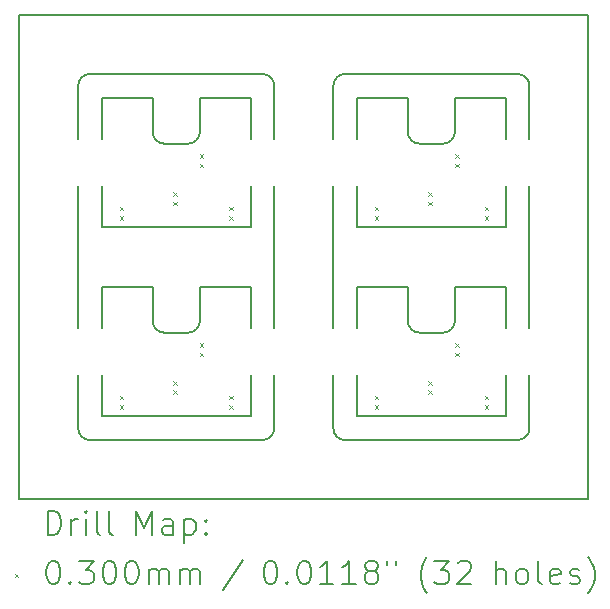
<source format=gbr>
%TF.GenerationSoftware,KiCad,Pcbnew,(7.0.0-0)*%
%TF.CreationDate,2025-09-03T19:43:01+12:00*%
%TF.ProjectId,polar_light_panelized_X4,706f6c61-725f-46c6-9967-68745f70616e,rev?*%
%TF.SameCoordinates,Original*%
%TF.FileFunction,Drillmap*%
%TF.FilePolarity,Positive*%
%FSLAX45Y45*%
G04 Gerber Fmt 4.5, Leading zero omitted, Abs format (unit mm)*
G04 Created by KiCad (PCBNEW (7.0.0-0)) date 2025-09-03 19:43:01*
%MOMM*%
%LPD*%
G01*
G04 APERTURE LIST*
%ADD10C,0.150000*%
%ADD11C,0.200000*%
%ADD12C,0.030000*%
G04 APERTURE END LIST*
D10*
X13260004Y-8045000D02*
X13260003Y-8395000D01*
X15420003Y-9145004D02*
X15420003Y-8795007D01*
X13690010Y-9935000D02*
G75*
G03*
X13790004Y-10035000I99990J-10D01*
G01*
X16680000Y-9645000D02*
X16250000Y-9645000D01*
X13690004Y-8045000D02*
X13690004Y-8335000D01*
X15220000Y-9995000D02*
X15220003Y-8795007D01*
X15420003Y-8045004D02*
X15420003Y-8395004D01*
X13060003Y-10395004D02*
X13060004Y-10845000D01*
X15420000Y-9645000D02*
X15850000Y-9645000D01*
X16880000Y-10395000D02*
X16880000Y-10845000D01*
X16680004Y-8395000D02*
X16680003Y-8045004D01*
X15220000Y-10845000D02*
G75*
G03*
X15320000Y-10945000I100000J0D01*
G01*
X16680003Y-8045004D02*
X16250003Y-8045004D01*
X16680000Y-10745000D02*
X16680000Y-10395000D01*
X13260004Y-9645000D02*
X13690004Y-9645000D01*
X15420003Y-9145004D02*
X16680003Y-9145004D01*
X13060004Y-8395000D02*
X13060004Y-7945000D01*
X15950003Y-8435004D02*
X16150003Y-8435004D01*
X14720010Y-7945000D02*
G75*
G03*
X14620004Y-7845000I-100010J-10D01*
G01*
X15850000Y-9935000D02*
G75*
G03*
X15950000Y-10035000I100000J0D01*
G01*
X14520004Y-8045000D02*
X14090004Y-8045000D01*
X15850003Y-8045004D02*
X15850003Y-8335004D01*
X13060010Y-10845000D02*
G75*
G03*
X13160004Y-10945000I99990J-10D01*
G01*
X13260004Y-8045000D02*
X13690004Y-8045000D01*
X15850000Y-9645000D02*
X15850000Y-9935000D01*
X15849996Y-8335004D02*
G75*
G03*
X15950003Y-8435004I99994J-6D01*
G01*
X16680000Y-9994996D02*
X16680000Y-9645000D01*
X13260004Y-9145000D02*
X13260003Y-8795004D01*
X13690010Y-8335000D02*
G75*
G03*
X13790004Y-8435000I99990J-10D01*
G01*
X14620004Y-10944994D02*
G75*
G03*
X14720004Y-10845000I6J99994D01*
G01*
X16250000Y-9935000D02*
X16250000Y-9645000D01*
X14090004Y-8335000D02*
X14090004Y-8045000D01*
X13160004Y-7844994D02*
G75*
G03*
X13060004Y-7945000I6J-100006D01*
G01*
X15420000Y-10745000D02*
X15420000Y-10395004D01*
X16150000Y-10035000D02*
G75*
G03*
X16250000Y-9935000I0J100000D01*
G01*
X14520004Y-9994997D02*
X14520004Y-9645000D01*
X13260004Y-10745000D02*
X14520004Y-10745000D01*
X16880004Y-8795004D02*
X16880000Y-9994996D01*
X16780000Y-10945000D02*
X15320000Y-10945000D01*
X13790004Y-10035000D02*
X13990004Y-10035000D01*
X13990004Y-8434994D02*
G75*
G03*
X14090004Y-8335000I6J99994D01*
G01*
X14520004Y-9145000D02*
X14520004Y-8795000D01*
X15420003Y-8045004D02*
X15850003Y-8045004D01*
X15320003Y-7845004D02*
X16780004Y-7845004D01*
X14090004Y-9935000D02*
X14090004Y-9645000D01*
X16880006Y-7945004D02*
G75*
G03*
X16780004Y-7845004I-100006J-6D01*
G01*
X16150003Y-8435004D02*
G75*
G03*
X16250003Y-8335004I-4J100004D01*
G01*
X13790004Y-8435000D02*
X13990004Y-8435000D01*
X14520004Y-10745000D02*
X14520004Y-10395000D01*
X15420000Y-10745000D02*
X16680000Y-10745000D01*
X15220000Y-10395004D02*
X15220000Y-10845000D01*
X15320003Y-7845003D02*
G75*
G03*
X15220003Y-7945004I-4J-99997D01*
G01*
X16250003Y-8335004D02*
X16250003Y-8045004D01*
X13690004Y-9645000D02*
X13690004Y-9935000D01*
X14520004Y-9645000D02*
X14090004Y-9645000D01*
X13160004Y-7845000D02*
X14620004Y-7845000D01*
X12560000Y-7345000D02*
X17380000Y-7345000D01*
X17380000Y-7345000D02*
X17380000Y-11445000D01*
X17380000Y-11445000D02*
X12560000Y-11445000D01*
X12560000Y-11445000D02*
X12560000Y-7345000D01*
X13060003Y-8795004D02*
X13060004Y-9995000D01*
X15950000Y-10035000D02*
X16150000Y-10035000D01*
X14720004Y-10395000D02*
X14720004Y-10845000D01*
X13260004Y-10745000D02*
X13260003Y-10395004D01*
X13260004Y-9645000D02*
X13260003Y-9995000D01*
X14720004Y-8795000D02*
X14720004Y-9994997D01*
X16880004Y-8395000D02*
X16880004Y-7945004D01*
X13260004Y-9145000D02*
X14520004Y-9145000D01*
X14720004Y-8394997D02*
X14720004Y-7945000D01*
X15420000Y-9645000D02*
X15420000Y-9995000D01*
X13990004Y-10034994D02*
G75*
G03*
X14090004Y-9935000I6J99994D01*
G01*
X14520004Y-8394997D02*
X14520004Y-8045000D01*
X16680003Y-9145004D02*
X16680004Y-8795004D01*
X14620004Y-10945000D02*
X13160004Y-10945000D01*
X16780000Y-10945000D02*
G75*
G03*
X16880000Y-10845000I0J100000D01*
G01*
X15220003Y-8395004D02*
X15220003Y-7945004D01*
D11*
D12*
X13410000Y-8970000D02*
X13440000Y-9000000D01*
X13440000Y-8970000D02*
X13410000Y-9000000D01*
X13410000Y-9050000D02*
X13440000Y-9080000D01*
X13440000Y-9050000D02*
X13410000Y-9080000D01*
X13410000Y-10570000D02*
X13440000Y-10600000D01*
X13440000Y-10570000D02*
X13410000Y-10600000D01*
X13410000Y-10650000D02*
X13440000Y-10680000D01*
X13440000Y-10650000D02*
X13410000Y-10680000D01*
X13865000Y-8845000D02*
X13895000Y-8875000D01*
X13895000Y-8845000D02*
X13865000Y-8875000D01*
X13865000Y-8925000D02*
X13895000Y-8955000D01*
X13895000Y-8925000D02*
X13865000Y-8955000D01*
X13865000Y-10445000D02*
X13895000Y-10475000D01*
X13895000Y-10445000D02*
X13865000Y-10475000D01*
X13865000Y-10525000D02*
X13895000Y-10555000D01*
X13895000Y-10525000D02*
X13865000Y-10555000D01*
X14090000Y-8525000D02*
X14120000Y-8555000D01*
X14120000Y-8525000D02*
X14090000Y-8555000D01*
X14090000Y-8605000D02*
X14120000Y-8635000D01*
X14120000Y-8605000D02*
X14090000Y-8635000D01*
X14090000Y-10125000D02*
X14120000Y-10155000D01*
X14120000Y-10125000D02*
X14090000Y-10155000D01*
X14090000Y-10205000D02*
X14120000Y-10235000D01*
X14120000Y-10205000D02*
X14090000Y-10235000D01*
X14340000Y-8970000D02*
X14370000Y-9000000D01*
X14370000Y-8970000D02*
X14340000Y-9000000D01*
X14340000Y-9050000D02*
X14370000Y-9080000D01*
X14370000Y-9050000D02*
X14340000Y-9080000D01*
X14340000Y-10570000D02*
X14370000Y-10600000D01*
X14370000Y-10570000D02*
X14340000Y-10600000D01*
X14340000Y-10650000D02*
X14370000Y-10680000D01*
X14370000Y-10650000D02*
X14340000Y-10680000D01*
X15570000Y-8970000D02*
X15600000Y-9000000D01*
X15600000Y-8970000D02*
X15570000Y-9000000D01*
X15570000Y-9050000D02*
X15600000Y-9080000D01*
X15600000Y-9050000D02*
X15570000Y-9080000D01*
X15570000Y-10570000D02*
X15600000Y-10600000D01*
X15600000Y-10570000D02*
X15570000Y-10600000D01*
X15570000Y-10650000D02*
X15600000Y-10680000D01*
X15600000Y-10650000D02*
X15570000Y-10680000D01*
X16025000Y-8845000D02*
X16055000Y-8875000D01*
X16055000Y-8845000D02*
X16025000Y-8875000D01*
X16025000Y-8925000D02*
X16055000Y-8955000D01*
X16055000Y-8925000D02*
X16025000Y-8955000D01*
X16025000Y-10445000D02*
X16055000Y-10475000D01*
X16055000Y-10445000D02*
X16025000Y-10475000D01*
X16025000Y-10525000D02*
X16055000Y-10555000D01*
X16055000Y-10525000D02*
X16025000Y-10555000D01*
X16250000Y-8525000D02*
X16280000Y-8555000D01*
X16280000Y-8525000D02*
X16250000Y-8555000D01*
X16250000Y-8605000D02*
X16280000Y-8635000D01*
X16280000Y-8605000D02*
X16250000Y-8635000D01*
X16250000Y-10125000D02*
X16280000Y-10155000D01*
X16280000Y-10125000D02*
X16250000Y-10155000D01*
X16250000Y-10205000D02*
X16280000Y-10235000D01*
X16280000Y-10205000D02*
X16250000Y-10235000D01*
X16500000Y-8970000D02*
X16530000Y-9000000D01*
X16530000Y-8970000D02*
X16500000Y-9000000D01*
X16500000Y-9050000D02*
X16530000Y-9080000D01*
X16530000Y-9050000D02*
X16500000Y-9080000D01*
X16500000Y-10570000D02*
X16530000Y-10600000D01*
X16530000Y-10570000D02*
X16500000Y-10600000D01*
X16500000Y-10650000D02*
X16530000Y-10680000D01*
X16530000Y-10650000D02*
X16500000Y-10680000D01*
D11*
X12800119Y-11745976D02*
X12800119Y-11545976D01*
X12800119Y-11545976D02*
X12847738Y-11545976D01*
X12847738Y-11545976D02*
X12876309Y-11555500D01*
X12876309Y-11555500D02*
X12895357Y-11574548D01*
X12895357Y-11574548D02*
X12904881Y-11593595D01*
X12904881Y-11593595D02*
X12914405Y-11631690D01*
X12914405Y-11631690D02*
X12914405Y-11660262D01*
X12914405Y-11660262D02*
X12904881Y-11698357D01*
X12904881Y-11698357D02*
X12895357Y-11717405D01*
X12895357Y-11717405D02*
X12876309Y-11736452D01*
X12876309Y-11736452D02*
X12847738Y-11745976D01*
X12847738Y-11745976D02*
X12800119Y-11745976D01*
X13000119Y-11745976D02*
X13000119Y-11612643D01*
X13000119Y-11650738D02*
X13009643Y-11631690D01*
X13009643Y-11631690D02*
X13019167Y-11622167D01*
X13019167Y-11622167D02*
X13038214Y-11612643D01*
X13038214Y-11612643D02*
X13057262Y-11612643D01*
X13123928Y-11745976D02*
X13123928Y-11612643D01*
X13123928Y-11545976D02*
X13114405Y-11555500D01*
X13114405Y-11555500D02*
X13123928Y-11565024D01*
X13123928Y-11565024D02*
X13133452Y-11555500D01*
X13133452Y-11555500D02*
X13123928Y-11545976D01*
X13123928Y-11545976D02*
X13123928Y-11565024D01*
X13247738Y-11745976D02*
X13228690Y-11736452D01*
X13228690Y-11736452D02*
X13219167Y-11717405D01*
X13219167Y-11717405D02*
X13219167Y-11545976D01*
X13352500Y-11745976D02*
X13333452Y-11736452D01*
X13333452Y-11736452D02*
X13323928Y-11717405D01*
X13323928Y-11717405D02*
X13323928Y-11545976D01*
X13548690Y-11745976D02*
X13548690Y-11545976D01*
X13548690Y-11545976D02*
X13615357Y-11688833D01*
X13615357Y-11688833D02*
X13682024Y-11545976D01*
X13682024Y-11545976D02*
X13682024Y-11745976D01*
X13862976Y-11745976D02*
X13862976Y-11641214D01*
X13862976Y-11641214D02*
X13853452Y-11622167D01*
X13853452Y-11622167D02*
X13834405Y-11612643D01*
X13834405Y-11612643D02*
X13796309Y-11612643D01*
X13796309Y-11612643D02*
X13777262Y-11622167D01*
X13862976Y-11736452D02*
X13843928Y-11745976D01*
X13843928Y-11745976D02*
X13796309Y-11745976D01*
X13796309Y-11745976D02*
X13777262Y-11736452D01*
X13777262Y-11736452D02*
X13767738Y-11717405D01*
X13767738Y-11717405D02*
X13767738Y-11698357D01*
X13767738Y-11698357D02*
X13777262Y-11679309D01*
X13777262Y-11679309D02*
X13796309Y-11669786D01*
X13796309Y-11669786D02*
X13843928Y-11669786D01*
X13843928Y-11669786D02*
X13862976Y-11660262D01*
X13958214Y-11612643D02*
X13958214Y-11812643D01*
X13958214Y-11622167D02*
X13977262Y-11612643D01*
X13977262Y-11612643D02*
X14015357Y-11612643D01*
X14015357Y-11612643D02*
X14034405Y-11622167D01*
X14034405Y-11622167D02*
X14043928Y-11631690D01*
X14043928Y-11631690D02*
X14053452Y-11650738D01*
X14053452Y-11650738D02*
X14053452Y-11707881D01*
X14053452Y-11707881D02*
X14043928Y-11726928D01*
X14043928Y-11726928D02*
X14034405Y-11736452D01*
X14034405Y-11736452D02*
X14015357Y-11745976D01*
X14015357Y-11745976D02*
X13977262Y-11745976D01*
X13977262Y-11745976D02*
X13958214Y-11736452D01*
X14139167Y-11726928D02*
X14148690Y-11736452D01*
X14148690Y-11736452D02*
X14139167Y-11745976D01*
X14139167Y-11745976D02*
X14129643Y-11736452D01*
X14129643Y-11736452D02*
X14139167Y-11726928D01*
X14139167Y-11726928D02*
X14139167Y-11745976D01*
X14139167Y-11622167D02*
X14148690Y-11631690D01*
X14148690Y-11631690D02*
X14139167Y-11641214D01*
X14139167Y-11641214D02*
X14129643Y-11631690D01*
X14129643Y-11631690D02*
X14139167Y-11622167D01*
X14139167Y-11622167D02*
X14139167Y-11641214D01*
D12*
X12522500Y-12077500D02*
X12552500Y-12107500D01*
X12552500Y-12077500D02*
X12522500Y-12107500D01*
D11*
X12838214Y-11965976D02*
X12857262Y-11965976D01*
X12857262Y-11965976D02*
X12876309Y-11975500D01*
X12876309Y-11975500D02*
X12885833Y-11985024D01*
X12885833Y-11985024D02*
X12895357Y-12004071D01*
X12895357Y-12004071D02*
X12904881Y-12042167D01*
X12904881Y-12042167D02*
X12904881Y-12089786D01*
X12904881Y-12089786D02*
X12895357Y-12127881D01*
X12895357Y-12127881D02*
X12885833Y-12146928D01*
X12885833Y-12146928D02*
X12876309Y-12156452D01*
X12876309Y-12156452D02*
X12857262Y-12165976D01*
X12857262Y-12165976D02*
X12838214Y-12165976D01*
X12838214Y-12165976D02*
X12819167Y-12156452D01*
X12819167Y-12156452D02*
X12809643Y-12146928D01*
X12809643Y-12146928D02*
X12800119Y-12127881D01*
X12800119Y-12127881D02*
X12790595Y-12089786D01*
X12790595Y-12089786D02*
X12790595Y-12042167D01*
X12790595Y-12042167D02*
X12800119Y-12004071D01*
X12800119Y-12004071D02*
X12809643Y-11985024D01*
X12809643Y-11985024D02*
X12819167Y-11975500D01*
X12819167Y-11975500D02*
X12838214Y-11965976D01*
X12990595Y-12146928D02*
X13000119Y-12156452D01*
X13000119Y-12156452D02*
X12990595Y-12165976D01*
X12990595Y-12165976D02*
X12981071Y-12156452D01*
X12981071Y-12156452D02*
X12990595Y-12146928D01*
X12990595Y-12146928D02*
X12990595Y-12165976D01*
X13066786Y-11965976D02*
X13190595Y-11965976D01*
X13190595Y-11965976D02*
X13123928Y-12042167D01*
X13123928Y-12042167D02*
X13152500Y-12042167D01*
X13152500Y-12042167D02*
X13171548Y-12051690D01*
X13171548Y-12051690D02*
X13181071Y-12061214D01*
X13181071Y-12061214D02*
X13190595Y-12080262D01*
X13190595Y-12080262D02*
X13190595Y-12127881D01*
X13190595Y-12127881D02*
X13181071Y-12146928D01*
X13181071Y-12146928D02*
X13171548Y-12156452D01*
X13171548Y-12156452D02*
X13152500Y-12165976D01*
X13152500Y-12165976D02*
X13095357Y-12165976D01*
X13095357Y-12165976D02*
X13076309Y-12156452D01*
X13076309Y-12156452D02*
X13066786Y-12146928D01*
X13314405Y-11965976D02*
X13333452Y-11965976D01*
X13333452Y-11965976D02*
X13352500Y-11975500D01*
X13352500Y-11975500D02*
X13362024Y-11985024D01*
X13362024Y-11985024D02*
X13371548Y-12004071D01*
X13371548Y-12004071D02*
X13381071Y-12042167D01*
X13381071Y-12042167D02*
X13381071Y-12089786D01*
X13381071Y-12089786D02*
X13371548Y-12127881D01*
X13371548Y-12127881D02*
X13362024Y-12146928D01*
X13362024Y-12146928D02*
X13352500Y-12156452D01*
X13352500Y-12156452D02*
X13333452Y-12165976D01*
X13333452Y-12165976D02*
X13314405Y-12165976D01*
X13314405Y-12165976D02*
X13295357Y-12156452D01*
X13295357Y-12156452D02*
X13285833Y-12146928D01*
X13285833Y-12146928D02*
X13276309Y-12127881D01*
X13276309Y-12127881D02*
X13266786Y-12089786D01*
X13266786Y-12089786D02*
X13266786Y-12042167D01*
X13266786Y-12042167D02*
X13276309Y-12004071D01*
X13276309Y-12004071D02*
X13285833Y-11985024D01*
X13285833Y-11985024D02*
X13295357Y-11975500D01*
X13295357Y-11975500D02*
X13314405Y-11965976D01*
X13504881Y-11965976D02*
X13523929Y-11965976D01*
X13523929Y-11965976D02*
X13542976Y-11975500D01*
X13542976Y-11975500D02*
X13552500Y-11985024D01*
X13552500Y-11985024D02*
X13562024Y-12004071D01*
X13562024Y-12004071D02*
X13571548Y-12042167D01*
X13571548Y-12042167D02*
X13571548Y-12089786D01*
X13571548Y-12089786D02*
X13562024Y-12127881D01*
X13562024Y-12127881D02*
X13552500Y-12146928D01*
X13552500Y-12146928D02*
X13542976Y-12156452D01*
X13542976Y-12156452D02*
X13523929Y-12165976D01*
X13523929Y-12165976D02*
X13504881Y-12165976D01*
X13504881Y-12165976D02*
X13485833Y-12156452D01*
X13485833Y-12156452D02*
X13476309Y-12146928D01*
X13476309Y-12146928D02*
X13466786Y-12127881D01*
X13466786Y-12127881D02*
X13457262Y-12089786D01*
X13457262Y-12089786D02*
X13457262Y-12042167D01*
X13457262Y-12042167D02*
X13466786Y-12004071D01*
X13466786Y-12004071D02*
X13476309Y-11985024D01*
X13476309Y-11985024D02*
X13485833Y-11975500D01*
X13485833Y-11975500D02*
X13504881Y-11965976D01*
X13657262Y-12165976D02*
X13657262Y-12032643D01*
X13657262Y-12051690D02*
X13666786Y-12042167D01*
X13666786Y-12042167D02*
X13685833Y-12032643D01*
X13685833Y-12032643D02*
X13714405Y-12032643D01*
X13714405Y-12032643D02*
X13733452Y-12042167D01*
X13733452Y-12042167D02*
X13742976Y-12061214D01*
X13742976Y-12061214D02*
X13742976Y-12165976D01*
X13742976Y-12061214D02*
X13752500Y-12042167D01*
X13752500Y-12042167D02*
X13771548Y-12032643D01*
X13771548Y-12032643D02*
X13800119Y-12032643D01*
X13800119Y-12032643D02*
X13819167Y-12042167D01*
X13819167Y-12042167D02*
X13828690Y-12061214D01*
X13828690Y-12061214D02*
X13828690Y-12165976D01*
X13923929Y-12165976D02*
X13923929Y-12032643D01*
X13923929Y-12051690D02*
X13933452Y-12042167D01*
X13933452Y-12042167D02*
X13952500Y-12032643D01*
X13952500Y-12032643D02*
X13981071Y-12032643D01*
X13981071Y-12032643D02*
X14000119Y-12042167D01*
X14000119Y-12042167D02*
X14009643Y-12061214D01*
X14009643Y-12061214D02*
X14009643Y-12165976D01*
X14009643Y-12061214D02*
X14019167Y-12042167D01*
X14019167Y-12042167D02*
X14038214Y-12032643D01*
X14038214Y-12032643D02*
X14066786Y-12032643D01*
X14066786Y-12032643D02*
X14085833Y-12042167D01*
X14085833Y-12042167D02*
X14095357Y-12061214D01*
X14095357Y-12061214D02*
X14095357Y-12165976D01*
X14453452Y-11956452D02*
X14282024Y-12213595D01*
X14678214Y-11965976D02*
X14697262Y-11965976D01*
X14697262Y-11965976D02*
X14716310Y-11975500D01*
X14716310Y-11975500D02*
X14725833Y-11985024D01*
X14725833Y-11985024D02*
X14735357Y-12004071D01*
X14735357Y-12004071D02*
X14744881Y-12042167D01*
X14744881Y-12042167D02*
X14744881Y-12089786D01*
X14744881Y-12089786D02*
X14735357Y-12127881D01*
X14735357Y-12127881D02*
X14725833Y-12146928D01*
X14725833Y-12146928D02*
X14716310Y-12156452D01*
X14716310Y-12156452D02*
X14697262Y-12165976D01*
X14697262Y-12165976D02*
X14678214Y-12165976D01*
X14678214Y-12165976D02*
X14659167Y-12156452D01*
X14659167Y-12156452D02*
X14649643Y-12146928D01*
X14649643Y-12146928D02*
X14640119Y-12127881D01*
X14640119Y-12127881D02*
X14630595Y-12089786D01*
X14630595Y-12089786D02*
X14630595Y-12042167D01*
X14630595Y-12042167D02*
X14640119Y-12004071D01*
X14640119Y-12004071D02*
X14649643Y-11985024D01*
X14649643Y-11985024D02*
X14659167Y-11975500D01*
X14659167Y-11975500D02*
X14678214Y-11965976D01*
X14830595Y-12146928D02*
X14840119Y-12156452D01*
X14840119Y-12156452D02*
X14830595Y-12165976D01*
X14830595Y-12165976D02*
X14821071Y-12156452D01*
X14821071Y-12156452D02*
X14830595Y-12146928D01*
X14830595Y-12146928D02*
X14830595Y-12165976D01*
X14963929Y-11965976D02*
X14982976Y-11965976D01*
X14982976Y-11965976D02*
X15002024Y-11975500D01*
X15002024Y-11975500D02*
X15011548Y-11985024D01*
X15011548Y-11985024D02*
X15021071Y-12004071D01*
X15021071Y-12004071D02*
X15030595Y-12042167D01*
X15030595Y-12042167D02*
X15030595Y-12089786D01*
X15030595Y-12089786D02*
X15021071Y-12127881D01*
X15021071Y-12127881D02*
X15011548Y-12146928D01*
X15011548Y-12146928D02*
X15002024Y-12156452D01*
X15002024Y-12156452D02*
X14982976Y-12165976D01*
X14982976Y-12165976D02*
X14963929Y-12165976D01*
X14963929Y-12165976D02*
X14944881Y-12156452D01*
X14944881Y-12156452D02*
X14935357Y-12146928D01*
X14935357Y-12146928D02*
X14925833Y-12127881D01*
X14925833Y-12127881D02*
X14916310Y-12089786D01*
X14916310Y-12089786D02*
X14916310Y-12042167D01*
X14916310Y-12042167D02*
X14925833Y-12004071D01*
X14925833Y-12004071D02*
X14935357Y-11985024D01*
X14935357Y-11985024D02*
X14944881Y-11975500D01*
X14944881Y-11975500D02*
X14963929Y-11965976D01*
X15221071Y-12165976D02*
X15106786Y-12165976D01*
X15163929Y-12165976D02*
X15163929Y-11965976D01*
X15163929Y-11965976D02*
X15144881Y-11994548D01*
X15144881Y-11994548D02*
X15125833Y-12013595D01*
X15125833Y-12013595D02*
X15106786Y-12023119D01*
X15411548Y-12165976D02*
X15297262Y-12165976D01*
X15354405Y-12165976D02*
X15354405Y-11965976D01*
X15354405Y-11965976D02*
X15335357Y-11994548D01*
X15335357Y-11994548D02*
X15316310Y-12013595D01*
X15316310Y-12013595D02*
X15297262Y-12023119D01*
X15525833Y-12051690D02*
X15506786Y-12042167D01*
X15506786Y-12042167D02*
X15497262Y-12032643D01*
X15497262Y-12032643D02*
X15487738Y-12013595D01*
X15487738Y-12013595D02*
X15487738Y-12004071D01*
X15487738Y-12004071D02*
X15497262Y-11985024D01*
X15497262Y-11985024D02*
X15506786Y-11975500D01*
X15506786Y-11975500D02*
X15525833Y-11965976D01*
X15525833Y-11965976D02*
X15563929Y-11965976D01*
X15563929Y-11965976D02*
X15582976Y-11975500D01*
X15582976Y-11975500D02*
X15592500Y-11985024D01*
X15592500Y-11985024D02*
X15602024Y-12004071D01*
X15602024Y-12004071D02*
X15602024Y-12013595D01*
X15602024Y-12013595D02*
X15592500Y-12032643D01*
X15592500Y-12032643D02*
X15582976Y-12042167D01*
X15582976Y-12042167D02*
X15563929Y-12051690D01*
X15563929Y-12051690D02*
X15525833Y-12051690D01*
X15525833Y-12051690D02*
X15506786Y-12061214D01*
X15506786Y-12061214D02*
X15497262Y-12070738D01*
X15497262Y-12070738D02*
X15487738Y-12089786D01*
X15487738Y-12089786D02*
X15487738Y-12127881D01*
X15487738Y-12127881D02*
X15497262Y-12146928D01*
X15497262Y-12146928D02*
X15506786Y-12156452D01*
X15506786Y-12156452D02*
X15525833Y-12165976D01*
X15525833Y-12165976D02*
X15563929Y-12165976D01*
X15563929Y-12165976D02*
X15582976Y-12156452D01*
X15582976Y-12156452D02*
X15592500Y-12146928D01*
X15592500Y-12146928D02*
X15602024Y-12127881D01*
X15602024Y-12127881D02*
X15602024Y-12089786D01*
X15602024Y-12089786D02*
X15592500Y-12070738D01*
X15592500Y-12070738D02*
X15582976Y-12061214D01*
X15582976Y-12061214D02*
X15563929Y-12051690D01*
X15678214Y-11965976D02*
X15678214Y-12004071D01*
X15754405Y-11965976D02*
X15754405Y-12004071D01*
X16017262Y-12242167D02*
X16007738Y-12232643D01*
X16007738Y-12232643D02*
X15988691Y-12204071D01*
X15988691Y-12204071D02*
X15979167Y-12185024D01*
X15979167Y-12185024D02*
X15969643Y-12156452D01*
X15969643Y-12156452D02*
X15960119Y-12108833D01*
X15960119Y-12108833D02*
X15960119Y-12070738D01*
X15960119Y-12070738D02*
X15969643Y-12023119D01*
X15969643Y-12023119D02*
X15979167Y-11994548D01*
X15979167Y-11994548D02*
X15988691Y-11975500D01*
X15988691Y-11975500D02*
X16007738Y-11946928D01*
X16007738Y-11946928D02*
X16017262Y-11937405D01*
X16074405Y-11965976D02*
X16198214Y-11965976D01*
X16198214Y-11965976D02*
X16131548Y-12042167D01*
X16131548Y-12042167D02*
X16160119Y-12042167D01*
X16160119Y-12042167D02*
X16179167Y-12051690D01*
X16179167Y-12051690D02*
X16188691Y-12061214D01*
X16188691Y-12061214D02*
X16198214Y-12080262D01*
X16198214Y-12080262D02*
X16198214Y-12127881D01*
X16198214Y-12127881D02*
X16188691Y-12146928D01*
X16188691Y-12146928D02*
X16179167Y-12156452D01*
X16179167Y-12156452D02*
X16160119Y-12165976D01*
X16160119Y-12165976D02*
X16102976Y-12165976D01*
X16102976Y-12165976D02*
X16083929Y-12156452D01*
X16083929Y-12156452D02*
X16074405Y-12146928D01*
X16274405Y-11985024D02*
X16283929Y-11975500D01*
X16283929Y-11975500D02*
X16302976Y-11965976D01*
X16302976Y-11965976D02*
X16350595Y-11965976D01*
X16350595Y-11965976D02*
X16369643Y-11975500D01*
X16369643Y-11975500D02*
X16379167Y-11985024D01*
X16379167Y-11985024D02*
X16388691Y-12004071D01*
X16388691Y-12004071D02*
X16388691Y-12023119D01*
X16388691Y-12023119D02*
X16379167Y-12051690D01*
X16379167Y-12051690D02*
X16264881Y-12165976D01*
X16264881Y-12165976D02*
X16388691Y-12165976D01*
X16594405Y-12165976D02*
X16594405Y-11965976D01*
X16680119Y-12165976D02*
X16680119Y-12061214D01*
X16680119Y-12061214D02*
X16670595Y-12042167D01*
X16670595Y-12042167D02*
X16651548Y-12032643D01*
X16651548Y-12032643D02*
X16622976Y-12032643D01*
X16622976Y-12032643D02*
X16603929Y-12042167D01*
X16603929Y-12042167D02*
X16594405Y-12051690D01*
X16803929Y-12165976D02*
X16784881Y-12156452D01*
X16784881Y-12156452D02*
X16775357Y-12146928D01*
X16775357Y-12146928D02*
X16765833Y-12127881D01*
X16765833Y-12127881D02*
X16765833Y-12070738D01*
X16765833Y-12070738D02*
X16775357Y-12051690D01*
X16775357Y-12051690D02*
X16784881Y-12042167D01*
X16784881Y-12042167D02*
X16803929Y-12032643D01*
X16803929Y-12032643D02*
X16832500Y-12032643D01*
X16832500Y-12032643D02*
X16851548Y-12042167D01*
X16851548Y-12042167D02*
X16861072Y-12051690D01*
X16861072Y-12051690D02*
X16870595Y-12070738D01*
X16870595Y-12070738D02*
X16870595Y-12127881D01*
X16870595Y-12127881D02*
X16861072Y-12146928D01*
X16861072Y-12146928D02*
X16851548Y-12156452D01*
X16851548Y-12156452D02*
X16832500Y-12165976D01*
X16832500Y-12165976D02*
X16803929Y-12165976D01*
X16984881Y-12165976D02*
X16965834Y-12156452D01*
X16965834Y-12156452D02*
X16956310Y-12137405D01*
X16956310Y-12137405D02*
X16956310Y-11965976D01*
X17137262Y-12156452D02*
X17118215Y-12165976D01*
X17118215Y-12165976D02*
X17080119Y-12165976D01*
X17080119Y-12165976D02*
X17061072Y-12156452D01*
X17061072Y-12156452D02*
X17051548Y-12137405D01*
X17051548Y-12137405D02*
X17051548Y-12061214D01*
X17051548Y-12061214D02*
X17061072Y-12042167D01*
X17061072Y-12042167D02*
X17080119Y-12032643D01*
X17080119Y-12032643D02*
X17118215Y-12032643D01*
X17118215Y-12032643D02*
X17137262Y-12042167D01*
X17137262Y-12042167D02*
X17146786Y-12061214D01*
X17146786Y-12061214D02*
X17146786Y-12080262D01*
X17146786Y-12080262D02*
X17051548Y-12099309D01*
X17222976Y-12156452D02*
X17242024Y-12165976D01*
X17242024Y-12165976D02*
X17280119Y-12165976D01*
X17280119Y-12165976D02*
X17299167Y-12156452D01*
X17299167Y-12156452D02*
X17308691Y-12137405D01*
X17308691Y-12137405D02*
X17308691Y-12127881D01*
X17308691Y-12127881D02*
X17299167Y-12108833D01*
X17299167Y-12108833D02*
X17280119Y-12099309D01*
X17280119Y-12099309D02*
X17251548Y-12099309D01*
X17251548Y-12099309D02*
X17232500Y-12089786D01*
X17232500Y-12089786D02*
X17222976Y-12070738D01*
X17222976Y-12070738D02*
X17222976Y-12061214D01*
X17222976Y-12061214D02*
X17232500Y-12042167D01*
X17232500Y-12042167D02*
X17251548Y-12032643D01*
X17251548Y-12032643D02*
X17280119Y-12032643D01*
X17280119Y-12032643D02*
X17299167Y-12042167D01*
X17375357Y-12242167D02*
X17384881Y-12232643D01*
X17384881Y-12232643D02*
X17403929Y-12204071D01*
X17403929Y-12204071D02*
X17413453Y-12185024D01*
X17413453Y-12185024D02*
X17422976Y-12156452D01*
X17422976Y-12156452D02*
X17432500Y-12108833D01*
X17432500Y-12108833D02*
X17432500Y-12070738D01*
X17432500Y-12070738D02*
X17422976Y-12023119D01*
X17422976Y-12023119D02*
X17413453Y-11994548D01*
X17413453Y-11994548D02*
X17403929Y-11975500D01*
X17403929Y-11975500D02*
X17384881Y-11946928D01*
X17384881Y-11946928D02*
X17375357Y-11937405D01*
M02*

</source>
